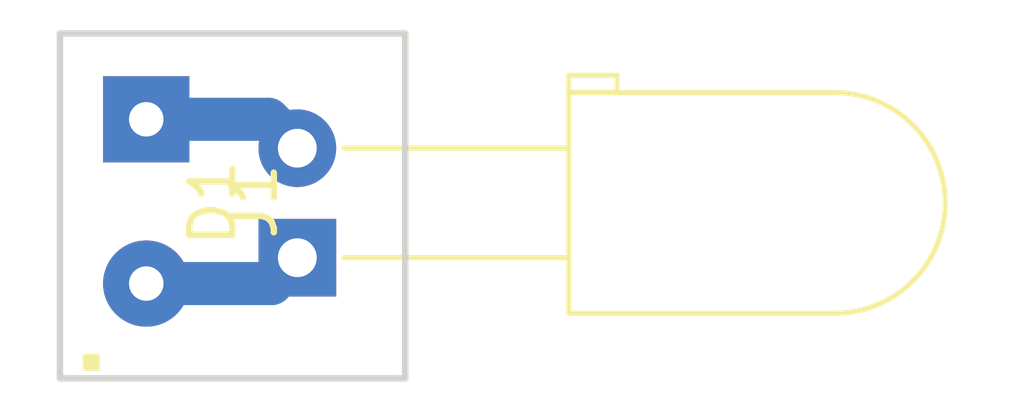
<source format=kicad_pcb>
(kicad_pcb (version 20171130) (host pcbnew 5.0.2-bee76a0~70~ubuntu18.04.1)

  (general
    (thickness 1.6)
    (drawings 5)
    (tracks 5)
    (zones 0)
    (modules 2)
    (nets 3)
  )

  (page A4)
  (layers
    (0 F.Cu signal)
    (31 B.Cu signal)
    (32 B.Adhes user)
    (33 F.Adhes user)
    (34 B.Paste user)
    (35 F.Paste user)
    (36 B.SilkS user)
    (37 F.SilkS user)
    (38 B.Mask user)
    (39 F.Mask user)
    (40 Dwgs.User user)
    (41 Cmts.User user)
    (42 Eco1.User user)
    (43 Eco2.User user)
    (44 Edge.Cuts user)
    (45 Margin user)
    (46 B.CrtYd user)
    (47 F.CrtYd user)
    (48 B.Fab user)
    (49 F.Fab user)
  )

  (setup
    (last_trace_width 1)
    (trace_clearance 0.5)
    (zone_clearance 0.508)
    (zone_45_only no)
    (trace_min 0.2)
    (segment_width 0.2)
    (edge_width 0.15)
    (via_size 0.8)
    (via_drill 0.4)
    (via_min_size 0.4)
    (via_min_drill 0.3)
    (uvia_size 0.3)
    (uvia_drill 0.1)
    (uvias_allowed no)
    (uvia_min_size 0.2)
    (uvia_min_drill 0.1)
    (pcb_text_width 0.3)
    (pcb_text_size 1.5 1.5)
    (mod_edge_width 0.15)
    (mod_text_size 1 1)
    (mod_text_width 0.15)
    (pad_size 1.524 1.524)
    (pad_drill 0.762)
    (pad_to_mask_clearance 0.051)
    (solder_mask_min_width 0.25)
    (aux_axis_origin 0 0)
    (visible_elements FFF9FF7F)
    (pcbplotparams
      (layerselection 0x010fc_ffffffff)
      (usegerberextensions false)
      (usegerberattributes false)
      (usegerberadvancedattributes false)
      (creategerberjobfile false)
      (excludeedgelayer true)
      (linewidth 0.100000)
      (plotframeref false)
      (viasonmask false)
      (mode 1)
      (useauxorigin false)
      (hpglpennumber 1)
      (hpglpenspeed 20)
      (hpglpendiameter 15.000000)
      (psnegative false)
      (psa4output false)
      (plotreference true)
      (plotvalue true)
      (plotinvisibletext false)
      (padsonsilk false)
      (subtractmaskfromsilk false)
      (outputformat 1)
      (mirror false)
      (drillshape 1)
      (scaleselection 1)
      (outputdirectory ""))
  )

  (net 0 "")
  (net 1 "Net-(D1-Pad1)")
  (net 2 "Net-(D1-Pad2)")

  (net_class Default "This is the default net class."
    (clearance 0.5)
    (trace_width 1)
    (via_dia 0.8)
    (via_drill 0.4)
    (uvia_dia 0.3)
    (uvia_drill 0.1)
    (add_net "Net-(D1-Pad1)")
    (add_net "Net-(D1-Pad2)")
  )

  (module LED_THT:LED_D5.0mm_Horizontal_O6.35mm_Z9.0mm (layer F.Cu) (tedit 5880A863) (tstamp 5CC28096)
    (at 112.5 91.2 90)
    (descr "LED, diameter 5.0mm z-position of LED center 3.0mm, 2 pins, diameter 5.0mm z-position of LED center 3.0mm, 2 pins, diameter 5.0mm z-position of LED center 3.0mm, 2 pins, diameter 5.0mm z-position of LED center 9.0mm, 2 pins, diameter 5.0mm z-position of LED center 9.0mm, 2 pins, diameter 5.0mm z-position of LED center 9.0mm, 2 pins")
    (tags "LED diameter 5.0mm z-position of LED center 3.0mm 2 pins diameter 5.0mm z-position of LED center 3.0mm 2 pins diameter 5.0mm z-position of LED center 3.0mm 2 pins diameter 5.0mm z-position of LED center 9.0mm 2 pins diameter 5.0mm z-position of LED center 9.0mm 2 pins diameter 5.0mm z-position of LED center 9.0mm 2 pins")
    (path /5CC07017)
    (fp_text reference D1 (at 1.27 -1.96 90) (layer F.SilkS)
      (effects (font (size 1 1) (thickness 0.15)))
    )
    (fp_text value D_Photo (at 1.27 16.01 90) (layer F.Fab)
      (effects (font (size 1 1) (thickness 0.15)))
    )
    (fp_arc (start 1.27 12.45) (end -1.23 12.45) (angle -180) (layer F.Fab) (width 0.1))
    (fp_arc (start 1.27 12.45) (end -1.29 12.45) (angle -180) (layer F.SilkS) (width 0.12))
    (fp_line (start -1.23 6.35) (end -1.23 12.45) (layer F.Fab) (width 0.1))
    (fp_line (start 3.77 6.35) (end 3.77 12.45) (layer F.Fab) (width 0.1))
    (fp_line (start -1.23 6.35) (end 3.77 6.35) (layer F.Fab) (width 0.1))
    (fp_line (start 4.17 6.35) (end 4.17 7.35) (layer F.Fab) (width 0.1))
    (fp_line (start 4.17 7.35) (end 3.77 7.35) (layer F.Fab) (width 0.1))
    (fp_line (start 3.77 7.35) (end 3.77 6.35) (layer F.Fab) (width 0.1))
    (fp_line (start 3.77 6.35) (end 4.17 6.35) (layer F.Fab) (width 0.1))
    (fp_line (start 0 0) (end 0 6.35) (layer F.Fab) (width 0.1))
    (fp_line (start 0 6.35) (end 0 6.35) (layer F.Fab) (width 0.1))
    (fp_line (start 0 6.35) (end 0 0) (layer F.Fab) (width 0.1))
    (fp_line (start 0 0) (end 0 0) (layer F.Fab) (width 0.1))
    (fp_line (start 2.54 0) (end 2.54 6.35) (layer F.Fab) (width 0.1))
    (fp_line (start 2.54 6.35) (end 2.54 6.35) (layer F.Fab) (width 0.1))
    (fp_line (start 2.54 6.35) (end 2.54 0) (layer F.Fab) (width 0.1))
    (fp_line (start 2.54 0) (end 2.54 0) (layer F.Fab) (width 0.1))
    (fp_line (start -1.29 6.29) (end -1.29 12.45) (layer F.SilkS) (width 0.12))
    (fp_line (start 3.83 6.29) (end 3.83 12.45) (layer F.SilkS) (width 0.12))
    (fp_line (start -1.29 6.29) (end 3.83 6.29) (layer F.SilkS) (width 0.12))
    (fp_line (start 4.23 6.29) (end 4.23 7.41) (layer F.SilkS) (width 0.12))
    (fp_line (start 4.23 7.41) (end 3.83 7.41) (layer F.SilkS) (width 0.12))
    (fp_line (start 3.83 7.41) (end 3.83 6.29) (layer F.SilkS) (width 0.12))
    (fp_line (start 3.83 6.29) (end 4.23 6.29) (layer F.SilkS) (width 0.12))
    (fp_line (start 0 1.08) (end 0 6.29) (layer F.SilkS) (width 0.12))
    (fp_line (start 0 6.29) (end 0 6.29) (layer F.SilkS) (width 0.12))
    (fp_line (start 0 6.29) (end 0 1.08) (layer F.SilkS) (width 0.12))
    (fp_line (start 0 1.08) (end 0 1.08) (layer F.SilkS) (width 0.12))
    (fp_line (start 2.54 1.08) (end 2.54 6.29) (layer F.SilkS) (width 0.12))
    (fp_line (start 2.54 6.29) (end 2.54 6.29) (layer F.SilkS) (width 0.12))
    (fp_line (start 2.54 6.29) (end 2.54 1.08) (layer F.SilkS) (width 0.12))
    (fp_line (start 2.54 1.08) (end 2.54 1.08) (layer F.SilkS) (width 0.12))
    (fp_line (start -1.95 -1.25) (end -1.95 15.3) (layer F.CrtYd) (width 0.05))
    (fp_line (start -1.95 15.3) (end 4.5 15.3) (layer F.CrtYd) (width 0.05))
    (fp_line (start 4.5 15.3) (end 4.5 -1.25) (layer F.CrtYd) (width 0.05))
    (fp_line (start 4.5 -1.25) (end -1.95 -1.25) (layer F.CrtYd) (width 0.05))
    (pad 1 thru_hole rect (at 0 0 90) (size 1.8 1.8) (drill 0.9) (layers *.Cu *.Mask)
      (net 1 "Net-(D1-Pad1)"))
    (pad 2 thru_hole circle (at 2.54 0 90) (size 1.8 1.8) (drill 0.9) (layers *.Cu *.Mask)
      (net 2 "Net-(D1-Pad2)"))
    (model ${KISYS3DMOD}/LED_THT.3dshapes/LED_D5.0mm_Horizontal_O6.35mm_Z9.0mm.wrl
      (at (xyz 0 0 0))
      (scale (xyz 1 1 1))
      (rotate (xyz 0 0 0))
    )
  )

  (module Connector_Wire:SolderWirePad_1x02_P3.81mm_Drill0.8mm (layer F.Cu) (tedit 5AEE54BF) (tstamp 5CC282C1)
    (at 109 87.99 270)
    (descr "Wire solder connection")
    (tags connector)
    (path /5CC27F6C)
    (attr virtual)
    (fp_text reference J1 (at 1.905 -2.5 270) (layer F.SilkS)
      (effects (font (size 1 1) (thickness 0.15)))
    )
    (fp_text value Conn_01x02 (at 1.905 2.54 270) (layer F.Fab)
      (effects (font (size 1 1) (thickness 0.15)))
    )
    (fp_text user %R (at 1.905 0 270) (layer F.Fab)
      (effects (font (size 1 1) (thickness 0.15)))
    )
    (fp_line (start -1.49 -1.5) (end 5.31 -1.5) (layer F.CrtYd) (width 0.05))
    (fp_line (start -1.49 -1.5) (end -1.49 1.5) (layer F.CrtYd) (width 0.05))
    (fp_line (start 5.31 1.5) (end 5.31 -1.5) (layer F.CrtYd) (width 0.05))
    (fp_line (start 5.31 1.5) (end -1.49 1.5) (layer F.CrtYd) (width 0.05))
    (pad 1 thru_hole rect (at 0 0 270) (size 1.99898 1.99898) (drill 0.8001) (layers *.Cu *.Mask)
      (net 2 "Net-(D1-Pad2)"))
    (pad 2 thru_hole circle (at 3.81 0 270) (size 1.99898 1.99898) (drill 0.8001) (layers *.Cu *.Mask)
      (net 1 "Net-(D1-Pad1)"))
  )

  (gr_line (start 115 86) (end 107 86) (layer Edge.Cuts) (width 0.15))
  (gr_line (start 115 94) (end 115 86) (layer Edge.Cuts) (width 0.15) (tstamp 5CC28230))
  (gr_line (start 107 94) (end 115 94) (layer Edge.Cuts) (width 0.15))
  (gr_line (start 107 86) (end 107 94) (layer Edge.Cuts) (width 0.15))
  (gr_poly (pts (xy 107.6 93.5) (xy 107.85 93.5) (xy 107.85 93.75) (xy 107.6 93.75)) (layer F.SilkS) (width 0.15) (tstamp 5CC28062))

  (segment (start 111.8 91.55) (end 112.05 91.3) (width 0.25) (layer B.Cu) (net 1) (tstamp 5CC28065))
  (segment (start 111.9 91.8) (end 112.5 91.2) (width 1) (layer B.Cu) (net 1))
  (segment (start 109 91.8) (end 111.9 91.8) (width 1) (layer B.Cu) (net 1))
  (segment (start 111.83 87.99) (end 112.5 88.66) (width 1) (layer B.Cu) (net 2))
  (segment (start 109 87.99) (end 111.83 87.99) (width 1) (layer B.Cu) (net 2))

)

</source>
